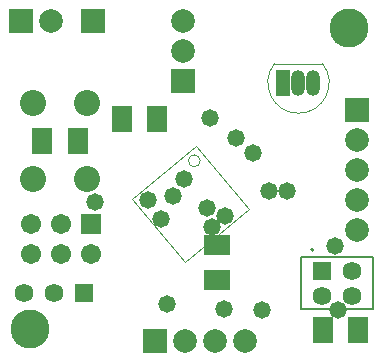
<source format=gbs>
G04 Layer_Color=16711935*
%FSLAX24Y24*%
%MOIN*%
G70*
G01*
G75*
%ADD17C,0.0079*%
%ADD18C,0.0039*%
%ADD19C,0.0050*%
%ADD36R,0.0867X0.0671*%
%ADD37R,0.0671X0.0867*%
%ADD41R,0.0789X0.0789*%
%ADD42C,0.0789*%
%ADD43C,0.1300*%
%ADD44C,0.0623*%
%ADD45R,0.0623X0.0623*%
%ADD46C,0.0867*%
%ADD47R,0.0671X0.0671*%
%ADD48C,0.0671*%
%ADD49R,0.0789X0.0789*%
%ADD50O,0.0474X0.0867*%
%ADD51R,0.0474X0.0867*%
%ADD52C,0.0580*%
D17*
X10633Y3824D02*
G03*
X10633Y3824I-39J0D01*
G01*
D02*
G03*
X10633Y3824I-39J0D01*
G01*
D18*
X6857Y6792D02*
G03*
X6857Y6792I-197J0D01*
G01*
X9328Y10030D02*
G03*
X10941Y10030I807J-630D01*
G01*
X4593Y5520D02*
X6704Y7291D01*
X6364Y3409D02*
X8476Y5180D01*
X6704Y7291D02*
X8476Y5180D01*
X4593Y5520D02*
X6364Y3409D01*
X9328Y10030D02*
X10941D01*
D19*
X10223Y1846D02*
X12624D01*
X10223D02*
Y3575D01*
X12624D01*
Y1846D02*
Y3575D01*
X10223Y1846D02*
X12624D01*
X10223D02*
Y3575D01*
X12624D01*
Y1846D02*
Y3575D01*
D36*
X7434Y3991D02*
D03*
Y2809D02*
D03*
D37*
X1594Y7450D02*
D03*
X2775D02*
D03*
X5425Y8200D02*
D03*
X4244D02*
D03*
X12125Y1150D02*
D03*
X10944D02*
D03*
D41*
X6284Y9450D02*
D03*
X12084Y8500D02*
D03*
X3284Y11450D02*
D03*
D42*
X6284D02*
D03*
Y10450D02*
D03*
X12084Y4500D02*
D03*
Y5500D02*
D03*
Y6500D02*
D03*
Y7500D02*
D03*
X8350Y800D02*
D03*
X7350D02*
D03*
X6350D02*
D03*
X1884Y11450D02*
D03*
D43*
X1181Y1181D02*
D03*
X11811Y11220D02*
D03*
D44*
X1984Y2400D02*
D03*
X984D02*
D03*
X10924Y2295D02*
D03*
X11924D02*
D03*
Y3126D02*
D03*
D45*
X2984Y2400D02*
D03*
X10924Y3126D02*
D03*
D46*
X1298Y6170D02*
D03*
Y8730D02*
D03*
X3070Y6170D02*
D03*
Y8730D02*
D03*
D47*
X3234Y4700D02*
D03*
D48*
Y3700D02*
D03*
X2234Y4700D02*
D03*
Y3700D02*
D03*
X1234Y4700D02*
D03*
Y3700D02*
D03*
D49*
X5350Y800D02*
D03*
X884Y11450D02*
D03*
D50*
X10634Y9400D02*
D03*
X10134D02*
D03*
D51*
X9634D02*
D03*
D52*
X7246Y4570D02*
D03*
X6316Y6170D02*
D03*
X5936Y5610D02*
D03*
X3356Y5410D02*
D03*
X5556Y4850D02*
D03*
X11446Y1820D02*
D03*
X9146Y5800D02*
D03*
X9756D02*
D03*
X11356Y3940D02*
D03*
X7686Y4950D02*
D03*
X7087Y5231D02*
D03*
X8626Y7060D02*
D03*
X5760Y2010D02*
D03*
X8066Y7540D02*
D03*
X5116Y5490D02*
D03*
X8906Y1830D02*
D03*
X7656Y1840D02*
D03*
X7196Y8220D02*
D03*
M02*

</source>
